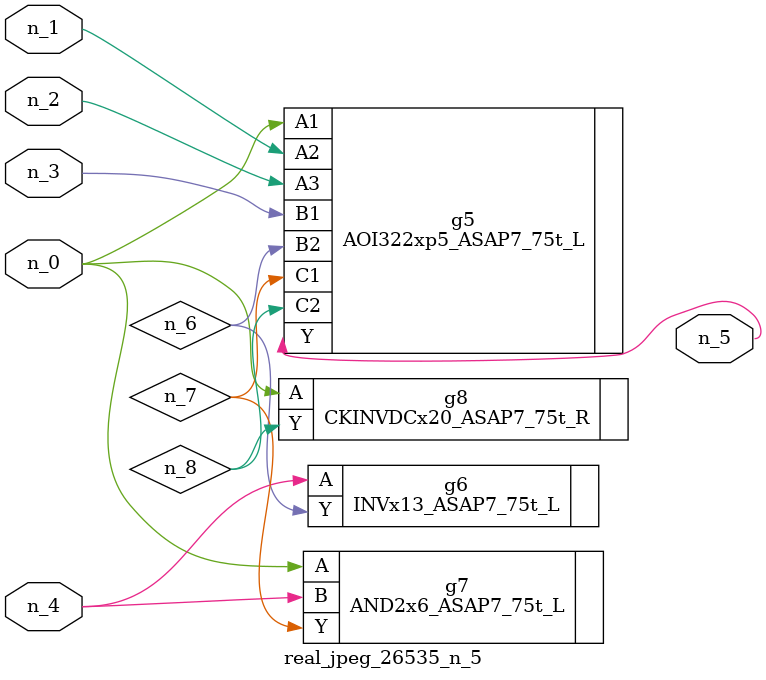
<source format=v>
module real_jpeg_26535_n_5 (n_4, n_0, n_1, n_2, n_3, n_5);

input n_4;
input n_0;
input n_1;
input n_2;
input n_3;

output n_5;

wire n_8;
wire n_6;
wire n_7;

AOI322xp5_ASAP7_75t_L g5 ( 
.A1(n_0),
.A2(n_1),
.A3(n_2),
.B1(n_3),
.B2(n_6),
.C1(n_7),
.C2(n_8),
.Y(n_5)
);

AND2x6_ASAP7_75t_L g7 ( 
.A(n_0),
.B(n_4),
.Y(n_7)
);

CKINVDCx20_ASAP7_75t_R g8 ( 
.A(n_0),
.Y(n_8)
);

INVx13_ASAP7_75t_L g6 ( 
.A(n_4),
.Y(n_6)
);


endmodule
</source>
